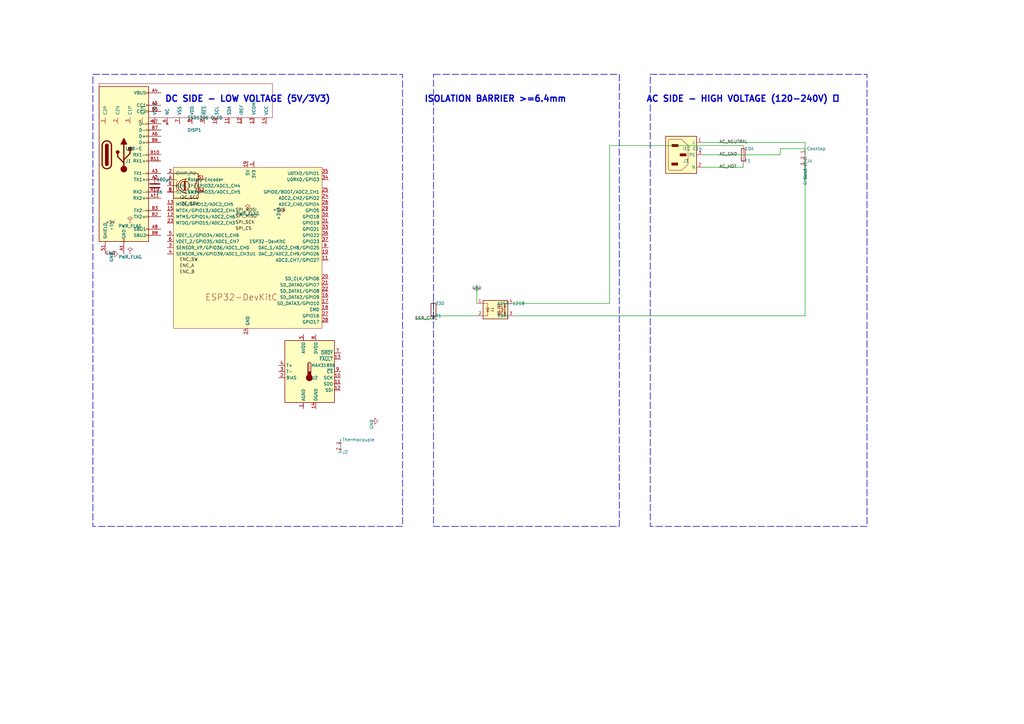
<source format=kicad_sch>
(kicad_sch (version 20231120) (generator "cli-python-pipeline")
  (paper "A3")
  (title_block (title "Induction Temperature Controller") (date "2025-02-20") (rev "1.0") (comment 1 "Generated via generate_full_schematic.py") (comment 2 "DC + AC isolation with SSR"))
  (lib_symbols
    (symbol "Device:R" (pin_numbers (hide yes)) (pin_names (offset 0))
      (property "Reference" "R" (at 2.032 0 90))
      (property "Value" "R" (at 0 0 90))
      (symbol "R_0_1"
        (rectangle (start -1.016 -2.54) (end 1.016 2.54) (stroke (width 0.254)))
      )
      (symbol "R_1_1"
        (pin passive line (at 0 3.81 270) (length 1.27) (name "~") (number "1"))
        (pin passive line (at 0 -3.81 90) (length 1.27) (name "~") (number "2"))
      )
    )
    (symbol "Device:C" (pin_numbers (hide yes)) (pin_names (offset 0.254))
      (property "Reference" "C" (at 0.635 2.54 0))
      (property "Value" "C" (at 0.635 -2.54 0))
      (symbol "C_0_1"
        (polyline (pts (xy -2.032 0.762) (xy 2.032 0.762)) (stroke (width 0.508)))
        (polyline (pts (xy -2.032 -0.762) (xy 2.032 -0.762)) (stroke (width 0.508)))
      )
      (symbol "C_1_1"
        (pin passive line (at 0 3.81 270) (length 2.794) (name "~") (number "1"))
        (pin passive line (at 0 -3.81 90) (length 2.794) (name "~") (number "2"))
      )
    )
    (symbol "Device:Fuse" (pin_numbers (hide yes)) (pin_names (offset 0))
      (property "Reference" "F" (at 2.032 0 90))
      (property "Value" "Fuse" (at -1.905 0 90))
      (symbol "Fuse_0_1"
        (rectangle (start -0.762 -2.54) (end 0.762 2.54) (stroke (width 0.254)))
        (polyline (pts (xy 0 2.54) (xy 0 -2.54)))
      )
      (symbol "Fuse_1_1"
        (pin passive line (at 0 3.81 270) (length 1.27) (name "~") (number "1"))
        (pin passive line (at 0 -3.81 90) (length 1.27) (name "~") (number "2"))
      )
    )
    (symbol "Device:RotaryEncoder_Switch" (pin_names (offset 0.254) (hide yes))
      (property "Reference" "SW" (at 0 6.604 0))
      (property "Value" "RotaryEncoder_Switch" (at 0 -6.604 0))
      (symbol "RotaryEncoder_Switch_0_1"
        (rectangle (start -5.08 5.08) (end 5.08 -5.08) (stroke (width 0.254)) (fill (type background)))
        (polyline (pts (xy -5.08 2.54) (xy -3.81 2.54) (xy -3.81 2.032)))
        (polyline (pts (xy -5.08 0) (xy -3.81 0) (xy -3.81 -1.016) (xy -3.302 -2.032)))
        (polyline (pts (xy -5.08 -2.54) (xy -3.81 -2.54) (xy -3.81 -2.032)))
        (polyline (pts (xy -4.318 0) (xy -3.81 0) (xy -3.81 1.016) (xy -3.302 2.032)))
        (circle (center -3.81 0) (radius 0.254) (fill (type outline)))
        (polyline (pts (xy -0.635 -1.778) (xy -0.635 1.778)) (stroke (width 0.254)))
        (circle (center -0.381 0) (radius 1.905) (stroke (width 0.254)))
        (polyline (pts (xy -0.381 -1.778) (xy -0.381 1.778)) (stroke (width 0.254)))
        (arc (start -0.381 -2.794) (mid -3.0988 -0.0635) (end -0.381 2.667) (stroke (width 0.254)))
        (polyline (pts (xy -0.127 1.778) (xy -0.127 -1.778)) (stroke (width 0.254)))
        (polyline (pts (xy 0.254 2.921) (xy -0.508 2.667) (xy 0.127 2.286)) (stroke (width 0.254)))
        (polyline (pts (xy 0.254 -3.048) (xy -0.508 -2.794) (xy 0.127 -2.413)) (stroke (width 0.254)))
        (polyline (pts (xy 3.81 1.016) (xy 3.81 -1.016)) (stroke (width 0.254)))
        (polyline (pts (xy 3.81 0) (xy 3.429 0)) (stroke (width 0.254)))
        (circle (center 4.318 1.016) (radius 0.127) (stroke (width 0.254)))
        (circle (center 4.318 -1.016) (radius 0.127) (stroke (width 0.254)))
        (polyline (pts (xy 5.08 2.54) (xy 4.318 2.54) (xy 4.318 1.016)) (stroke (width 0.254)))
        (polyline (pts (xy 5.08 -2.54) (xy 4.318 -2.54) (xy 4.318 -1.016)) (stroke (width 0.254)))
      )
      (symbol "RotaryEncoder_Switch_1_1"
        (pin passive line (at -7.62 2.54 0) (length 2.54) (name "A") (number "A"))
        (pin passive line (at -7.62 0 0) (length 2.54) (name "C") (number "C"))
        (pin passive line (at -7.62 -2.54 0) (length 2.54) (name "B") (number "B"))
        (pin passive line (at 7.62 2.54 180) (length 2.54) (name "S1") (number "S1"))
        (pin passive line (at 7.62 -2.54 180) (length 2.54) (name "S2") (number "S2"))
      )
    )
    (symbol "Relay_SolidState:ASSR-1218"
      (property "Reference" "U" (at -5.08 5.08 0))
      (property "Value" "ASSR-1218" (at 0 5.08 0))
      (symbol "ASSR-1218_0_1"
        (rectangle (start -5.08 3.81) (end 5.08 -3.81) (stroke (width 0.254)) (fill (type background)))
        (polyline (pts (xy -5.08 2.54) (xy -3.175 2.54) (xy -3.175 -2.54) (xy -5.08 -2.54)))
        (polyline (pts (xy -3.81 -0.635) (xy -2.54 -0.635)))
        (polyline (pts (xy -3.175 -0.635) (xy -3.81 0.635) (xy -2.54 0.635) (xy -3.175 -0.635)))
        (polyline (pts (xy -1.905 0.508) (xy -0.635 0.508) (xy -1.016 0.381) (xy -1.016 0.635) (xy -0.635 0.508)))
        (polyline (pts (xy -1.905 -0.508) (xy -0.635 -0.508) (xy -1.016 -0.635) (xy -1.016 -0.381) (xy -0.635 -0.508)))
        (polyline (pts (xy 1.016 2.159) (xy 1.016 0.635)) (stroke (width 0.2032)))
        (polyline (pts (xy 1.016 -0.635) (xy 1.016 -2.159)) (stroke (width 0.2032)))
        (polyline (pts (xy 1.524 2.286) (xy 1.524 2.032) (xy 1.524 2.032)) (stroke (width 0.3556)))
        (polyline (pts (xy 1.524 1.524) (xy 1.524 1.27) (xy 1.524 1.27)) (stroke (width 0.3556)))
        (polyline (pts (xy 1.524 0.762) (xy 1.524 0.508) (xy 1.524 0.508)) (stroke (width 0.3556)))
        (polyline (pts (xy 1.524 -0.508) (xy 1.524 -0.762)) (stroke (width 0.3556)))
        (polyline (pts (xy 1.524 -1.27) (xy 1.524 -1.524) (xy 1.524 -1.524)) (stroke (width 0.3556)))
        (polyline (pts (xy 1.524 -2.032) (xy 1.524 -2.286) (xy 1.524 -2.286)) (stroke (width 0.3556)))
        (polyline (pts (xy 1.651 2.159) (xy 2.794 2.159) (xy 2.794 2.54) (xy 5.08 2.54)))
        (polyline (pts (xy 1.651 1.397) (xy 2.794 1.397) (xy 2.794 0.635)))
        (polyline (pts (xy 1.651 -0.635) (xy 2.794 -0.635) (xy 2.794 0.635) (xy 1.651 0.635)))
        (polyline (pts (xy 1.651 -1.397) (xy 2.794 -1.397) (xy 2.794 -0.635)))
        (polyline (pts (xy 1.651 -2.159) (xy 2.794 -2.159) (xy 2.794 -2.54) (xy 5.08 -2.54)))
        (polyline (pts (xy 1.778 1.397) (xy 2.286 1.524) (xy 2.286 1.27) (xy 1.778 1.397)))
        (polyline (pts (xy 1.778 -1.397) (xy 2.286 -1.27) (xy 2.286 -1.524) (xy 1.778 -1.397)))
        (circle (center 2.794 0.635) (radius 0.127))
        (polyline (pts (xy 2.794 0) (xy 3.81 0)))
        (circle (center 2.794 0) (radius 0.127))
        (circle (center 2.794 -0.635) (radius 0.127))
        (polyline (pts (xy 3.429 1.651) (xy 4.191 1.651)))
        (polyline (pts (xy 3.429 -1.651) (xy 4.191 -1.651)))
        (circle (center 3.81 2.54) (radius 0.127))
        (polyline (pts (xy 3.81 1.651) (xy 3.429 0.889) (xy 4.191 0.889) (xy 3.81 1.651)))
        (circle (center 3.81 0) (radius 0.127))
        (polyline (pts (xy 3.81 -1.651) (xy 3.429 -0.889) (xy 4.191 -0.889) (xy 3.81 -1.651)))
        (polyline (pts (xy 3.81 -2.54) (xy 3.81 2.54)))
        (circle (center 3.81 -2.54) (radius 0.127))
      )
      (symbol "ASSR-1218_1_1"
        (pin passive line (at -7.62 2.54 0) (length 2.54) (name "~") (number "1"))
        (pin passive line (at -7.62 -2.54 0) (length 2.54) (name "~") (number "2"))
        (pin passive line (at 7.62 2.54 180) (length 2.54) (name "~") (number "4"))
        (pin passive line (at 7.62 -2.54 180) (length 2.54) (name "~") (number "3"))
      )
    )
    (symbol "Connector:USB_C_Receptacle" (pin_names (offset 1.016))
      (property "Reference" "J" (at -10.16 29.21 0))
      (property "Value" "USB_C_Receptacle" (at 10.16 29.21 0))
      (symbol "USB_C_Receptacle_0_0"
        (rectangle (start -0.254 -35.56) (end 0.254 -34.544))
        (rectangle (start 10.16 25.654) (end 9.144 25.146))
        (rectangle (start 10.16 20.574) (end 9.144 20.066))
        (rectangle (start 10.16 18.034) (end 9.144 17.526))
        (rectangle (start 10.16 12.954) (end 9.144 12.446))
        (rectangle (start 10.16 10.414) (end 9.144 9.906))
        (rectangle (start 10.16 7.874) (end 9.144 7.366))
        (rectangle (start 10.16 5.334) (end 9.144 4.826))
        (rectangle (start 10.16 0.254) (end 9.144 -0.254))
        (rectangle (start 10.16 -2.286) (end 9.144 -2.794))
        (rectangle (start 10.16 -7.366) (end 9.144 -7.874))
        (rectangle (start 10.16 -9.906) (end 9.144 -10.414))
        (rectangle (start 10.16 -14.986) (end 9.144 -15.494))
        (rectangle (start 10.16 -17.526) (end 9.144 -18.034))
        (rectangle (start 10.16 -22.606) (end 9.144 -23.114))
        (rectangle (start 10.16 -25.146) (end 9.144 -25.654))
        (rectangle (start 10.16 -30.226) (end 9.144 -30.734))
        (rectangle (start 10.16 -32.766) (end 9.144 -33.274))
      )
      (symbol "USB_C_Receptacle_0_1"
        (rectangle (start -10.16 27.94) (end 10.16 -35.56) (stroke (width 0.254)) (fill (type background)))
        (polyline (pts (xy -8.89 -3.81) (xy -8.89 3.81)) (stroke (width 0.508)))
        (rectangle (start -7.62 -3.81) (end -6.35 3.81) (stroke (width 0.254)) (fill (type outline)))
        (arc (start -7.62 3.81) (mid -6.985 4.4423) (end -6.35 3.81) (stroke (width 0.254)))
        (arc (start -7.62 3.81) (mid -6.985 4.4423) (end -6.35 3.81) (stroke (width 0.254)) (fill (type outline)))
        (arc (start -8.89 3.81) (mid -6.985 5.7067) (end -5.08 3.81) (stroke (width 0.508)))
        (arc (start -5.08 -3.81) (mid -6.985 -5.7067) (end -8.89 -3.81) (stroke (width 0.508)))
        (arc (start -6.35 -3.81) (mid -6.985 -4.4423) (end -7.62 -3.81) (stroke (width 0.254)))
        (arc (start -6.35 -3.81) (mid -6.985 -4.4423) (end -7.62 -3.81) (stroke (width 0.254)) (fill (type outline)))
        (polyline (pts (xy -5.08 3.81) (xy -5.08 -3.81)) (stroke (width 0.508)))
      )
      (symbol "USB_C_Receptacle_1_1"
        (circle (center -2.54 1.143) (radius 0.635) (stroke (width 0.254)) (fill (type outline)))
        (polyline (pts (xy -1.27 4.318) (xy 0 6.858) (xy 1.27 4.318) (xy -1.27 4.318)) (stroke (width 0.254)) (fill (type outline)))
        (polyline (pts (xy 0 -2.032) (xy 2.54 0.508) (xy 2.54 1.778)) (stroke (width 0.508)))
        (polyline (pts (xy 0 -3.302) (xy -2.54 -0.762) (xy -2.54 0.508)) (stroke (width 0.508)))
        (polyline (pts (xy 0 -5.842) (xy 0 4.318)) (stroke (width 0.508)))
        (circle (center 0 -5.842) (radius 1.27) (fill (type outline)))
        (rectangle (start 1.905 1.778) (end 3.175 3.048) (stroke (width 0.254)) (fill (type outline)))
        (pin passive line (at -7.62 -40.64 90) (length 5.08) (name "SHIELD") (number "S1"))
        (pin passive line (at 0 -40.64 90) (length 5.08) (name "GND") (number "A1"))
        (pin passive line (at 0 -40.64 90) (length 5.08) (hide yes) (name "GND") (number "A12"))
        (pin passive line (at 0 -40.64 90) (length 5.08) (hide yes) (name "GND") (number "B1"))
        (pin passive line (at 0 -40.64 90) (length 5.08) (hide yes) (name "GND") (number "B12"))
        (pin passive line (at 15.24 25.4 180) (length 5.08) (name "VBUS") (number "A4"))
        (pin passive line (at 15.24 25.4 180) (length 5.08) (hide yes) (name "VBUS") (number "A9"))
        (pin passive line (at 15.24 25.4 180) (length 5.08) (hide yes) (name "VBUS") (number "B4"))
        (pin passive line (at 15.24 25.4 180) (length 5.08) (hide yes) (name "VBUS") (number "B9"))
        (pin bidirectional line (at 15.24 20.32 180) (length 5.08) (name "CC1") (number "A5"))
        (pin bidirectional line (at 15.24 17.78 180) (length 5.08) (name "CC2") (number "B5"))
        (pin bidirectional line (at 15.24 12.7 180) (length 5.08) (name "D-") (number "A7"))
        (pin bidirectional line (at 15.24 10.16 180) (length 5.08) (name "D-") (number "B7"))
        (pin bidirectional line (at 15.24 7.62 180) (length 5.08) (name "D+") (number "A6"))
        (pin bidirectional line (at 15.24 5.08 180) (length 5.08) (name "D+") (number "B6"))
        (pin bidirectional line (at 15.24 0 180) (length 5.08) (name "RX1-") (number "B10"))
        (pin bidirectional line (at 15.24 -2.54 180) (length 5.08) (name "RX1+") (number "B11"))
        (pin bidirectional line (at 15.24 -7.62 180) (length 5.08) (name "TX1-") (number "A3"))
        (pin bidirectional line (at 15.24 -10.16 180) (length 5.08) (name "TX1+") (number "A2"))
        (pin bidirectional line (at 15.24 -15.24 180) (length 5.08) (name "RX2-") (number "A10"))
        (pin bidirectional line (at 15.24 -17.78 180) (length 5.08) (name "RX2+") (number "A11"))
        (pin bidirectional line (at 15.24 -22.86 180) (length 5.08) (name "TX2-") (number "B3"))
        (pin bidirectional line (at 15.24 -25.4 180) (length 5.08) (name "TX2+") (number "B2"))
        (pin bidirectional line (at 15.24 -30.48 180) (length 5.08) (name "SBU1") (number "A8"))
        (pin bidirectional line (at 15.24 -33.02 180) (length 5.08) (name "SBU2") (number "B8"))
      )
    )
    (symbol "Connector:IEC_60320_C14_Receptacle"
      (property "Reference" "J" (at -5.842 8.636 0))
      (property "Value" "IEC_60320_C14_Receptacle" (at 0 -9.144 0))
      (symbol "IEC_60320_C14_Receptacle_1_1"
        (rectangle (start -6.35 7.62) (end 6.35 -7.62) (stroke (width 0.254)) (fill (type background)))
        (polyline (pts (xy -4.826 -6.35) (xy -5.334 -5.842) (xy -5.334 5.842) (xy -4.826 6.35) (xy 0.254 6.35) (xy 2.794 3.81) (xy 2.794 -3.81) (xy 0.254 -6.35) (xy -4.826 -6.35)) (fill (type background)))
        (rectangle (start -3.937 -3.302) (end -1.397 -4.318) (fill (type outline)))
        (rectangle (start -3.81 4.318) (end -1.27 3.302) (fill (type outline)))
        (rectangle (start -0.508 0.508) (end 2.032 -0.508) (fill (type outline)))
        (pin power_in line (at 8.89 5.08 180) (length 2.54) (name "L") (number "1"))
        (pin bidirectional line (at 8.89 0 180) (length 2.54) (name "PE") (number "3"))
        (pin power_in line (at 8.89 -5.08 180) (length 2.54) (name "N") (number "2"))
      )
    )
    (symbol "Sensor_Temperature:MAX31856"
      (property "Reference" "U" (at -7.62 13.97 0))
      (property "Value" "MAX31856" (at 13.97 13.97 0))
      (symbol "MAX31856_0_1"
        (rectangle (start -10.16 12.7) (end 10.16 -12.7) (stroke (width 0.254)) (fill (type background)))
        (polyline (pts (xy -0.762 3.175) (xy -0.762 0)) (stroke (width 0.254)))
        (polyline (pts (xy -0.762 3.175) (xy -0.127 3.175)) (stroke (width 0.254)))
        (polyline (pts (xy -0.762 2.54) (xy -0.127 2.54)) (stroke (width 0.254)))
        (polyline (pts (xy -0.762 1.905) (xy -0.127 1.905)) (stroke (width 0.254)))
        (polyline (pts (xy -0.762 1.27) (xy -0.127 1.27)) (stroke (width 0.254)))
        (polyline (pts (xy -0.762 0.635) (xy -0.127 0.635)) (stroke (width 0.254)))
        (arc (start -0.762 3.175) (mid -0.127 3.8073) (end 0.508 3.175) (stroke (width 0.254)))
        (circle (center -0.127 -2.54) (radius 1.27) (stroke (width 0.254)) (fill (type outline)))
        (polyline (pts (xy 0.508 3.175) (xy 0.508 0)) (stroke (width 0.254)))
        (rectangle (start 0.508 -1.905) (end -0.762 0) (stroke (width 0.254)) (fill (type outline)))
      )
      (symbol "MAX31856_1_1"
        (pin input line (at -12.7 2.54 0) (length 2.54) (name "T+") (number "4"))
        (pin input line (at -12.7 0 0) (length 2.54) (name "T-") (number "3"))
        (pin input line (at -12.7 -2.54 0) (length 2.54) (name "BIAS") (number "2"))
        (pin no_connect line (at -10.16 -7.62 0) (length 2.54) (hide yes) (name "DNC") (number "6"))
        (pin power_in line (at -2.54 15.24 270) (length 2.54) (name "AVDD") (number "5"))
        (pin power_in line (at -2.54 -15.24 90) (length 2.54) (name "AGND") (number "1"))
        (pin power_in line (at 2.54 15.24 270) (length 2.54) (name "DVDD") (number "8"))
        (pin power_in line (at 2.54 -15.24 90) (length 2.54) (name "DGND") (number "14"))
        (pin output line (at 12.7 7.62 180) (length 2.54) (name "~{DRDY}") (number "7"))
        (pin output line (at 12.7 5.08 180) (length 2.54) (name "~{FAULT}") (number "13"))
        (pin input line (at 12.7 0 180) (length 2.54) (name "~{CS}") (number "9"))
        (pin input line (at 12.7 -2.54 180) (length 2.54) (name "SCK") (number "10"))
        (pin output line (at 12.7 -5.08 180) (length 2.54) (name "SDO") (number "11"))
        (pin input line (at 12.7 -7.62 180) (length 2.54) (name "SDI") (number "12"))
      )
    )
    (symbol "Espressif:ESP32-DevKitC" (pin_names (offset 1.016))
      (property "Reference" "U" (at -30.48 38.1 0))
      (property "Value" "ESP32-DevKitC" (at -30.48 35.56 0))
      (symbol "ESP32-DevKitC_0_0"
        (text "ESP32-DevKitC" (at -2.54 -20.32 0) (effects (font (size 2.54 2.54))))
        (pin power_in line (at 0 35.56 270) (length 2.54) (name "5V") (number "19"))
        (pin power_in line (at 0 -35.56 90) (length 2.54) (name "GND") (number "14"))
      )
      (symbol "ESP32-DevKitC_0_1"
        (rectangle (start -30.48 33.02) (end 30.48 -33.02) (fill (type background)))
      )
      (symbol "ESP32-DevKitC_1_1"
        (pin input line (at -33.02 30.48 0) (length 2.54) (name "CHIP_PU") (number "2"))
        (pin bidirectional line (at -33.02 25.4 0) (length 2.54) (name "32K_XP/GPIO32/ADC1_CH4") (number "7"))
        (pin bidirectional line (at -33.02 22.86 0) (length 2.54) (name "32K_XN/GPIO33/ADC1_CH5") (number "8"))
        (pin bidirectional line (at -33.02 17.78 0) (length 2.54) (name "MTDI/GPIO12/ADC2_CH5") (number "13"))
        (pin bidirectional line (at -33.02 15.24 0) (length 2.54) (name "MTCK/GPIO13/ADC2_CH4") (number "15"))
        (pin bidirectional line (at -33.02 12.7 0) (length 2.54) (name "MTMS/GPIO14/ADC2_CH6") (number "12"))
        (pin bidirectional line (at -33.02 10.16 0) (length 2.54) (name "MTDO/GPIO15/ADC2_CH3") (number "23"))
        (pin input line (at -33.02 5.08 0) (length 2.54) (name "VDET_1/GPIO34/ADC1_CH6") (number "5"))
        (pin input line (at -33.02 2.54 0) (length 2.54) (name "VDET_2/GPIO35/ADC1_CH7") (number "6"))
        (pin input line (at -33.02 0 0) (length 2.54) (name "SENSOR_VP/GPIO36/ADC1_CH0") (number "3"))
        (pin input line (at -33.02 -2.54 0) (length 2.54) (name "SENSOR_VN/GPIO39/ADC1_CH3") (number "4"))
        (pin passive line (at 0 -35.56 90) (length 2.54) (hide yes) (name "GND") (number "32"))
        (pin passive line (at 0 -35.56 90) (length 2.54) (hide yes) (name "GND") (number "38"))
        (pin power_in line (at 2.54 35.56 270) (length 2.54) (name "3V3") (number "1"))
        (pin bidirectional line (at 33.02 30.48 180) (length 2.54) (name "U0TXD/GPIO1") (number "35"))
        (pin bidirectional line (at 33.02 27.94 180) (length 2.54) (name "U0RXD/GPIO3") (number "34"))
        (pin bidirectional line (at 33.02 22.86 180) (length 2.54) (name "GPIO0/BOOT/ADC2_CH1") (number "25"))
        (pin bidirectional line (at 33.02 20.32 180) (length 2.54) (name "ADC2_CH2/GPIO2") (number "24"))
        (pin bidirectional line (at 33.02 17.78 180) (length 2.54) (name "ADC2_CH0/GPIO4") (number "26"))
        (pin bidirectional line (at 33.02 15.24 180) (length 2.54) (name "GPIO5") (number "29"))
        (pin bidirectional line (at 33.02 12.7 180) (length 2.54) (name "GPIO18") (number "30"))
        (pin bidirectional line (at 33.02 10.16 180) (length 2.54) (name "GPIO19") (number "31"))
        (pin bidirectional line (at 33.02 7.62 180) (length 2.54) (name "GPIO21") (number "33"))
        (pin bidirectional line (at 33.02 5.08 180) (length 2.54) (name "GPIO22") (number "36"))
        (pin bidirectional line (at 33.02 2.54 180) (length 2.54) (name "GPIO23") (number "37"))
        (pin bidirectional line (at 33.02 0 180) (length 2.54) (name "DAC_1/ADC2_CH8/GPIO25") (number "9"))
        (pin bidirectional line (at 33.02 -2.54 180) (length 2.54) (name "DAC_2/ADC2_CH9/GPIO26") (number "10"))
        (pin bidirectional line (at 33.02 -5.08 180) (length 2.54) (name "ADC2_CH7/GPIO27") (number "11"))
        (pin bidirectional line (at 33.02 -12.7 180) (length 2.54) (name "SD_CLK/GPIO6") (number "20"))
        (pin bidirectional line (at 33.02 -15.24 180) (length 2.54) (name "SD_DATA0/GPIO7") (number "21"))
        (pin bidirectional line (at 33.02 -17.78 180) (length 2.54) (name "SD_DATA1/GPIO8") (number "22"))
        (pin bidirectional line (at 33.02 -20.32 180) (length 2.54) (name "SD_DATA2/GPIO9") (number "16"))
        (pin bidirectional line (at 33.02 -22.86 180) (length 2.54) (name "SD_DATA3/GPIO10") (number "17"))
        (pin bidirectional line (at 33.02 -25.4 180) (length 2.54) (name "CMD") (number "18"))
        (pin bidirectional line (at 33.02 -27.94 180) (length 2.54) (name "GPIO16") (number "27"))
        (pin bidirectional line (at 33.02 -30.48 180) (length 2.54) (name "GPIO17") (number "28"))
      )
    )
    (symbol "SSD1306_OLED:SSD1306" (pin_names (offset 1.016))
      (property "Reference" "U" (at 34.29 15.24 0))
      (property "Value" "SSD1306" (at -34.29 15.24 0))
      (symbol "SSD1306_0_1"
        (rectangle (start -35.56 16.51) (end 35.56 2.54))
      )
      (symbol "SSD1306_1_1"
        (pin input line (at -33.02 0 90) (length 2.54) (name "C2P") (number "1"))
        (pin input line (at -27.94 0 90) (length 2.54) (name "C2N") (number "2"))
        (pin input line (at -22.86 0 90) (length 2.54) (name "C1P") (number "3"))
        (pin input line (at -17.78 0 90) (length 2.54) (name "C1N") (number "4"))
        (pin input line (at -12.7 0 90) (length 2.54) (name "VDDB") (number "5"))
        (pin no_connect line (at -7.62 0 90) (length 2.54) (name "NC") (number "6"))
        (pin output line (at -2.54 0 90) (length 2.54) (name "VSS") (number "7"))
        (pin input line (at 2.54 0 90) (length 2.54) (name "VDD") (number "8"))
        (pin input line (at 7.62 0 90) (length 2.54) (name "~{RES}") (number "9"))
        (pin input line (at 12.7 0 90) (length 2.54) (name "SCL") (number "10"))
        (pin input line (at 17.78 0 90) (length 2.54) (name "SDA") (number "11"))
        (pin input line (at 22.86 0 90) (length 2.54) (name "IREF") (number "12"))
        (pin input line (at 27.94 0 90) (length 2.54) (name "VCOMH") (number "13"))
        (pin input line (at 33.02 0 90) (length 2.54) (name "VCC") (number "14"))
      )
    )
    (symbol "power:+5V" (power) (pin_numbers (hide yes)) (pin_names (offset 0) (hide yes))
      (property "Value" "+5V" (at 0 3.556 0))
      (symbol "+5V_0_1"
        (polyline (pts (xy -0.762 1.27) (xy 0 2.54)))
        (polyline (pts (xy 0 2.54) (xy 0.762 1.27)))
        (polyline (pts (xy 0 0) (xy 0 2.54)))
      )
      (symbol "+5V_1_1"
        (pin power_in line (at 0 0 90) (length 0) (name "~") (number "1"))
      )
    )
    (symbol "power:+3V3" (power) (pin_numbers (hide yes)) (pin_names (offset 0) (hide yes))
      (property "Value" "+3V3" (at 0 3.556 0))
      (symbol "+3V3_0_1"
        (polyline (pts (xy -0.762 1.27) (xy 0 2.54)))
        (polyline (pts (xy 0 2.54) (xy 0.762 1.27)))
        (polyline (pts (xy 0 0) (xy 0 2.54)))
      )
      (symbol "+3V3_1_1"
        (pin power_in line (at 0 0 90) (length 0) (name "~") (number "1"))
      )
    )
    (symbol "power:GND" (power) (pin_numbers (hide yes)) (pin_names (offset 0) (hide yes))
      (property "Value" "GND" (at 0 -3.81 0))
      (symbol "GND_0_1"
        (polyline (pts (xy 0 0) (xy 0 -1.27) (xy 1.27 -1.27) (xy 0 -2.54) (xy -1.27 -1.27) (xy 0 -1.27)))
      )
      (symbol "GND_1_1"
        (pin power_in line (at 0 0 270) (length 0) (name "~") (number "1"))
      )
    )
    (symbol "power:PWR_FLAG" (power) (pin_numbers (hide yes)) (pin_names (offset 0) (hide yes))
      (property "Value" "PWR_FLAG" (at 0 3.81 0))
      (symbol "PWR_FLAG_0_0"
        (pin power_out line (at 0 0 90) (length 0) (name "~") (number "1"))
      )
      (symbol "PWR_FLAG_0_1"
        (polyline (pts (xy 0 0) (xy 0 1.27) (xy -1.016 1.905) (xy 0 2.54) (xy 1.016 1.905) (xy 0 1.27)))
      )
    )
    (symbol "Custom:Thermocouple_Connector"
      (property "Reference" "J" (at 0 2.921 0))
      (property "Value" "Thermocouple_Connector" (at 0 -2.921 0))
      (symbol "Thermocouple_Connector_1_1"
        (pin passive line (at 0 2.54 270) (length 2.54) (name "T+") (number "1"))
        (pin passive line (at 0 -2.54 90) (length 2.54) (name "T-") (number "2"))
      )
    )
    (symbol "Custom:AC_Outlet_Connector"
      (property "Reference" "J" (at 0 2.921 0))
      (property "Value" "AC_Outlet_Connector" (at 0 -2.921 0))
      (symbol "AC_Outlet_Connector_1_1"
        (pin power_in line (at 0 2.54 270) (length 2.54) (name "Hot") (number "1"))
        (pin power_in line (at 0 0 270) (length 2.54) (name "Neutral") (number "2"))
        (pin power_in line (at 0 -2.54 270) (length 2.54) (name "Ground") (number "3"))
      )
    )
  )
  (text "DC SIDE - LOW VOLTAGE (5V/3V3)" (at 101.6 40.64 0) (effects (font (size 2.54 2.54) (bold yes))))
  (text "ISOLATION BARRIER >=6.4mm" (at 203.2 40.64 0) (effects (font (size 2.54 2.54) (bold yes))))
  (text "AC SIDE - HIGH VOLTAGE (120-240V) ⚡" (at 304.8 40.64 0) (effects (font (size 2.54 2.54) (bold yes))))
  (polyline (pts (xy 38.1 30.48) (xy 165.1 30.48) (xy 165.1 215.9) (xy 38.1 215.9) (xy 38.1 30.48)) (stroke (width 0.254) (type dash)))
  (polyline (pts (xy 177.8 30.48) (xy 254.0 30.48) (xy 254.0 215.9) (xy 177.8 215.9) (xy 177.8 30.48)) (stroke (width 0.254) (type dash)))
  (polyline (pts (xy 266.7 30.48) (xy 355.6 30.48) (xy 355.6 215.9) (xy 266.7 215.9) (xy 266.7 30.48)) (stroke (width 0.254) (type dash)))
  (symbol (lib_id "Connector:USB_C_Receptacle") (at 50.8 63.5 0) (unit 1)
    (property "Reference" "J1" (at 51.434999999999995 66.04 0) (effects (justify left)))
    (property "Value" "USB-C" (at 51.434999999999995 60.96 0) (effects (justify left)))
    (property "Footprint" "Connector_USB:USB_C_Receptacle_GCT_USB4085" (effects (hide yes)))
  )
  (symbol (lib_id "Device:C") (at 63.5 76.2 0) (unit 1)
    (property "Reference" "C1" (at 64.135 78.74000000000001 0) (effects (justify left)))
    (property "Value" "100µF" (at 64.135 73.66 0) (effects (justify left)))
    (property "Footprint" "Capacitor_THT:CP_Radial_D8.0mm_P3.50mm" (effects (hide yes)))
  )
  (symbol (lib_id "Espressif:ESP32-DevKitC") (at 101.6 101.6 0) (unit 1)
    (property "Reference" "U1" (at 102.235 104.14 0) (effects (justify left)))
    (property "Value" "ESP32-DevKitC" (at 102.235 99.05999999999999 0) (effects (justify left)))
    (property "Footprint" "Espressif:ESP32-DevKitC" (effects (hide yes)))
  )
  (symbol (lib_id "SSD1306_OLED:SSD1306") (at 76.2 50.8 0) (unit 1)
    (property "Reference" "DISP1" (at 76.83500000000001 53.339999999999996 0) (effects (justify left)))
    (property "Value" "SSD1306 OLED" (at 76.83500000000001 48.26 0) (effects (justify left)))
    (property "Footprint" "SSD1306_OLED:SSD1306_OLED-0.91-128x32" (effects (hide yes)))
  )
  (symbol (lib_id "Device:RotaryEncoder_Switch") (at 76.2 76.2 0) (unit 1)
    (property "Reference" "SW1" (at 76.83500000000001 78.74000000000001 0) (effects (justify left)))
    (property "Value" "Rotary Encoder" (at 76.83500000000001 73.66 0) (effects (justify left)))
    (property "Footprint" "Rotary_Encoder:RotaryEncoder_Alps_EC11E-Switch_Vertical" (effects (hide yes)))
  )
  (symbol (lib_id "Sensor_Temperature:MAX31856") (at 127.0 152.4 0) (unit 1)
    (property "Reference" "U2" (at 127.635 154.94 0) (effects (justify left)))
    (property "Value" "MAX31856" (at 127.635 149.86 0) (effects (justify left)))
    (property "Footprint" "Package_SO:SOIC-20W_7.5x12.8mm_P1.27mm" (effects (hide yes)))
  )
  (symbol (lib_id "Custom:Thermocouple_Connector") (at 139.7 182.88 0) (unit 1)
    (property "Reference" "J2" (at 140.33499999999998 185.42 0) (effects (justify left)))
    (property "Value" "Thermocouple" (at 140.33499999999998 180.34 0) (effects (justify left)))
    (property "Footprint" "Connector_Wire:Screw_Terminal_01x02" (effects (hide yes)))
  )
  (symbol (lib_id "Device:R") (at 177.8 127.0 0) (unit 1)
    (property "Reference" "R1" (at 178.435 129.54 0) (effects (justify left)))
    (property "Value" "330" (at 178.435 124.46 0) (effects (justify left)))
    (property "Footprint" "Resistor_SMD:R_1206_3216Metric" (effects (hide yes)))
  )
  (symbol (lib_id "Relay_SolidState:ASSR-1218") (at 203.2 127.0 0) (unit 1)
    (property "Reference" "SSR1" (at 203.83499999999998 129.54 0) (effects (justify left)))
    (property "Value" "ASSR-1218" (at 203.83499999999998 124.46 0) (effects (justify left)))
    (property "Footprint" "Package_SO:SOIC-8_3.9x4.9mm_P1.27mm" (effects (hide yes)))
  )
  (symbol (lib_id "Connector:IEC_60320_C14_Receptacle") (at 279.4 63.5 0) (unit 1)
    (property "Reference" "J3" (at 280.03499999999997 66.04 0) (effects (justify left)))
    (property "Value" "IEC C14" (at 280.03499999999997 60.96 0) (effects (justify left)))
    (property "Footprint" "Connector_AC:IEC_60320_C14_PanelMount" (effects (hide yes)))
  )
  (symbol (lib_id "Device:Fuse") (at 304.8 63.5 0) (unit 1)
    (property "Reference" "F1" (at 305.435 66.04 0) (effects (justify left)))
    (property "Value" "10A" (at 305.435 60.96 0) (effects (justify left)))
    (property "Footprint" "Fuse:Fuseholder_Cylinder-5x20mm_Schurter_0031_8003_Straight" (effects (hide yes)))
  )
  (symbol (lib_id "Custom:AC_Outlet_Connector") (at 330.2 63.5 0) (unit 1)
    (property "Reference" "J4" (at 330.835 66.04 0) (effects (justify left)))
    (property "Value" "Cooktop" (at 330.835 60.96 0) (effects (justify left)))
    (property "Footprint" "TerminalBlock:TerminalBlock_bornier-3_P5.08mm" (effects (hide yes)))
  )
  (symbol (lib_id "power:+5V") (at 45.72 91.44 270) (unit 1) (in_bom no) (on_board no)
    (property "Reference" "#PWR0101" (effects (hide yes)))
    (property "Value" "+5V" (at 45.72 92.71 0))
  )
  (symbol (lib_id "power:+3V3") (at 114.3 86.36 270) (unit 1) (in_bom no) (on_board no)
    (property "Reference" "#PWR0102" (effects (hide yes)))
    (property "Value" "+3V3" (at 114.3 87.63 0))
  )
  (symbol (lib_id "power:GND") (at 45.72 104.14 90) (unit 1) (in_bom no) (on_board no)
    (property "Reference" "#PWR0103" (effects (hide yes)))
    (property "Value" "GND" (at 45.72 105.41 0))
  )
  (symbol (lib_id "power:GND") (at 152.4 172.72 90) (unit 1) (in_bom no) (on_board no)
    (property "Reference" "#PWR0104" (effects (hide yes)))
    (property "Value" "GND" (at 152.4 173.99 0))
  )
  (symbol (lib_id "power:GND") (at 195.58 116.84 0) (unit 1) (in_bom no) (on_board no)
    (property "Reference" "#PWR0105" (effects (hide yes)))
    (property "Value" "GND" (at 195.58 118.11 0))
  )
  (symbol (lib_id "power:PWR_FLAG") (at 53.34 91.44 0) (unit 1) (in_bom no) (on_board no)
    (property "Reference" "#FLG0101" (effects (hide yes)))
    (property "Value" "PWR_FLAG" (at 53.34 92.71 0))
  )
  (symbol (lib_id "power:PWR_FLAG") (at 53.34 104.14 0) (unit 1) (in_bom no) (on_board no)
    (property "Reference" "#FLG0102" (effects (hide yes)))
    (property "Value" "PWR_FLAG" (at 53.34 105.41 0))
  )
  (symbol (lib_id "power:PWR_FLAG") (at 101.6 86.36 0) (unit 1) (in_bom no) (on_board no)
    (property "Reference" "#FLG0103" (effects (hide yes)))
    (property "Value" "PWR_FLAG" (at 101.6 87.63 0))
  )
  (wire (pts (xy 170.18 130.81) (xy 177.8 130.81)) (stroke (width 0.2032)))
  (wire (pts (xy 177.8 123.19) (xy 177.8 129.54)) (stroke (width 0.2032)))
  (wire (pts (xy 177.8 129.54) (xy 195.58 129.54)) (stroke (width 0.2032)))
  (wire (pts (xy 195.58 124.46) (xy 195.58 118.11)) (stroke (width 0.2032)))
  (wire (pts (xy 195.58 118.11) (xy 195.58 116.84)) (stroke (width 0.2032)))
  (wire (pts (xy 288.29 68.58) (xy 304.8 68.58)) (stroke (width 0.2032)))
  (wire (pts (xy 304.8 68.58) (xy 304.8 67.31)) (stroke (width 0.2032)))
  (wire (pts (xy 304.8 59.69) (xy 250.0 59.69)) (stroke (width 0.2032)))
  (wire (pts (xy 250.0 59.69) (xy 250.0 124.46)) (stroke (width 0.2032)))
  (wire (pts (xy 250.0 124.46) (xy 210.82 124.46)) (stroke (width 0.2032)))
  (wire (pts (xy 210.82 129.54) (xy 330.2 129.54)) (stroke (width 0.2032)))
  (wire (pts (xy 330.2 129.54) (xy 330.2 66.04)) (stroke (width 0.2032)))
  (wire (pts (xy 288.29 58.42) (xy 330.2 58.42)) (stroke (width 0.2032)))
  (wire (pts (xy 330.2 58.42) (xy 330.2 63.5)) (stroke (width 0.2032)))
  (wire (pts (xy 288.29 63.5) (xy 320.0 63.5)) (stroke (width 0.2032)))
  (wire (pts (xy 320.0 63.5) (xy 320.0 60.96)) (stroke (width 0.2032)))
  (wire (pts (xy 320.0 60.96) (xy 330.2 60.96)) (stroke (width 0.2032)))
  (label "+5V" (at 43.18 91.44 0))
  (label "+3V3" (at 111.76 86.36 0))
  (label "GND" (at 43.18 104.14 0))
  (label "SPI_SCK" (at 96.52 91.44 0))
  (label "SPI_MISO" (at 96.52 88.9 0))
  (label "SPI_MOSI" (at 96.52 86.36 0))
  (label "SPI_CS" (at 96.52 93.98 0))
  (label "I2C_SDA" (at 73.66 83.82 0))
  (label "I2C_SCL" (at 73.66 81.28 0))
  (label "ENC_A" (at 73.66 109.22 0))
  (label "ENC_B" (at 73.66 111.76 0))
  (label "ENC_SW" (at 73.66 106.68 0))
  (label "SSR_CTRL" (at 170.18 130.81 0))
  (label "AC_HOT" (at 295.0 68.58 0))
  (label "AC_NEUTRAL" (at 295.0 58.42 0))
  (label "AC_GND" (at 295.0 63.5 0))
)
</source>
